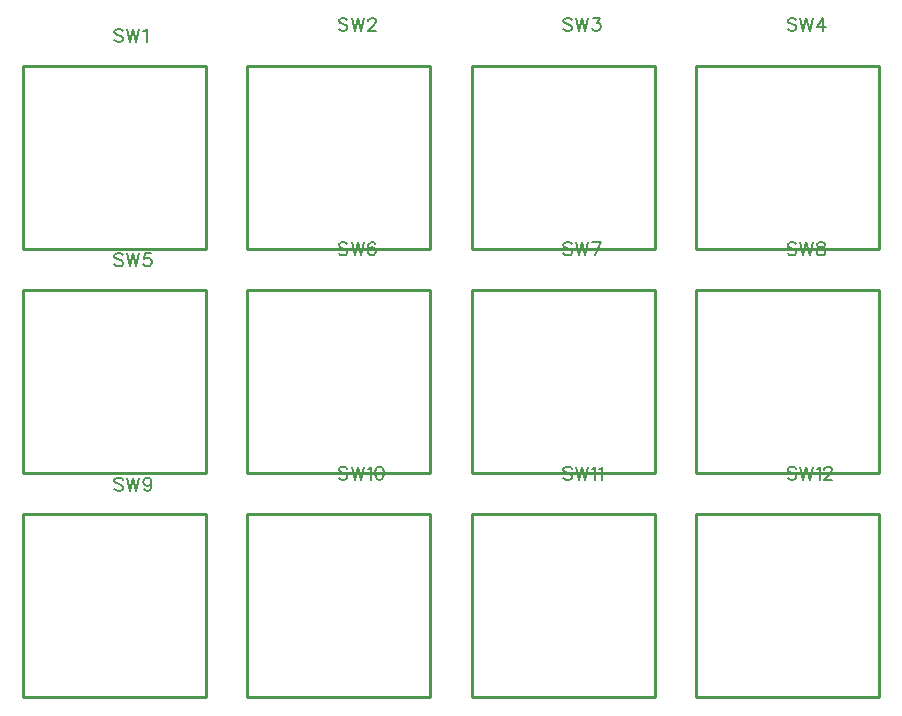
<source format=gto>
G04 Layer: TopSilkLayer*
G04 EasyEDA v6.2.46, 2019-11-23T13:25:43+01:00*
G04 d8a7f896a94247d8beab61903426e2c7,093294e231294aec929f11af430ff8d8,10*
G04 Gerber Generator version 0.2*
G04 Scale: 100 percent, Rotated: No, Reflected: No *
G04 Dimensions in millimeters *
G04 leading zeros omitted , absolute positions ,3 integer and 3 decimal *
%FSLAX33Y33*%
%MOMM*%
G90*
G71D02*

%ADD10C,0.254000*%
%ADD16C,0.152400*%

%LPD*%
G54D10*
G01X17754Y49248D02*
G01X33248Y49248D01*
G01X33248Y33754D01*
G01X17754Y33754D01*
G01X17754Y49248D01*
G01X36753Y49248D02*
G01X52247Y49248D01*
G01X52247Y33754D01*
G01X36753Y33754D01*
G01X36753Y49248D01*
G01X55753Y49248D02*
G01X71247Y49248D01*
G01X71247Y33754D01*
G01X55753Y33754D01*
G01X55753Y49248D01*
G01X17754Y30246D02*
G01X33248Y30246D01*
G01X33248Y14752D01*
G01X17754Y14752D01*
G01X17754Y30246D01*
G01X36753Y30246D02*
G01X52247Y30246D01*
G01X52247Y14752D01*
G01X36753Y14752D01*
G01X36753Y30246D01*
G01X55753Y30246D02*
G01X71247Y30246D01*
G01X71247Y14752D01*
G01X55753Y14752D01*
G01X55753Y30246D01*
G01X17754Y11247D02*
G01X33248Y11247D01*
G01X33248Y-4246D01*
G01X17754Y-4246D01*
G01X17754Y11247D01*
G01X36753Y11247D02*
G01X52247Y11247D01*
G01X52247Y-4246D01*
G01X36753Y-4246D01*
G01X36753Y11247D01*
G01X55753Y11247D02*
G01X71247Y11247D01*
G01X71247Y-4246D01*
G01X55753Y-4246D01*
G01X55753Y11247D01*
G01X-1247Y49248D02*
G01X14246Y49248D01*
G01X14246Y33754D01*
G01X-1247Y33754D01*
G01X-1247Y49248D01*
G01X-1247Y30246D02*
G01X14246Y30246D01*
G01X14246Y14752D01*
G01X-1247Y14752D01*
G01X-1247Y30246D01*
G01X-1247Y11247D02*
G01X14246Y11247D01*
G01X14246Y-4246D01*
G01X-1247Y-4246D01*
G01X-1247Y11247D01*
G54D16*
G01X26228Y53129D02*
G01X26123Y53233D01*
G01X25968Y53286D01*
G01X25760Y53286D01*
G01X25605Y53233D01*
G01X25501Y53129D01*
G01X25501Y53025D01*
G01X25552Y52920D01*
G01X25605Y52870D01*
G01X25709Y52819D01*
G01X26022Y52715D01*
G01X26123Y52661D01*
G01X26177Y52611D01*
G01X26228Y52506D01*
G01X26228Y52349D01*
G01X26123Y52247D01*
G01X25968Y52194D01*
G01X25760Y52194D01*
G01X25605Y52247D01*
G01X25501Y52349D01*
G01X26570Y53286D02*
G01X26832Y52194D01*
G01X27091Y53286D02*
G01X26832Y52194D01*
G01X27091Y53286D02*
G01X27350Y52194D01*
G01X27609Y53286D02*
G01X27350Y52194D01*
G01X28006Y53025D02*
G01X28006Y53078D01*
G01X28056Y53182D01*
G01X28110Y53233D01*
G01X28214Y53286D01*
G01X28422Y53286D01*
G01X28524Y53233D01*
G01X28577Y53182D01*
G01X28628Y53078D01*
G01X28628Y52974D01*
G01X28577Y52870D01*
G01X28473Y52715D01*
G01X27952Y52194D01*
G01X28681Y52194D01*
G01X45227Y53129D02*
G01X45123Y53233D01*
G01X44968Y53286D01*
G01X44759Y53286D01*
G01X44604Y53233D01*
G01X44500Y53129D01*
G01X44500Y53025D01*
G01X44551Y52920D01*
G01X44604Y52870D01*
G01X44709Y52819D01*
G01X45021Y52715D01*
G01X45123Y52661D01*
G01X45176Y52611D01*
G01X45227Y52506D01*
G01X45227Y52349D01*
G01X45123Y52247D01*
G01X44968Y52194D01*
G01X44759Y52194D01*
G01X44604Y52247D01*
G01X44500Y52349D01*
G01X45570Y53286D02*
G01X45831Y52194D01*
G01X46090Y53286D02*
G01X45831Y52194D01*
G01X46090Y53286D02*
G01X46349Y52194D01*
G01X46609Y53286D02*
G01X46349Y52194D01*
G01X47056Y53286D02*
G01X47627Y53286D01*
G01X47317Y52870D01*
G01X47472Y52870D01*
G01X47576Y52819D01*
G01X47627Y52765D01*
G01X47680Y52611D01*
G01X47680Y52506D01*
G01X47627Y52349D01*
G01X47523Y52247D01*
G01X47368Y52194D01*
G01X47213Y52194D01*
G01X47056Y52247D01*
G01X47005Y52298D01*
G01X46951Y52402D01*
G01X64226Y53129D02*
G01X64122Y53233D01*
G01X63967Y53286D01*
G01X63759Y53286D01*
G01X63604Y53233D01*
G01X63500Y53129D01*
G01X63500Y53025D01*
G01X63550Y52920D01*
G01X63604Y52870D01*
G01X63708Y52819D01*
G01X64020Y52715D01*
G01X64122Y52661D01*
G01X64175Y52611D01*
G01X64226Y52506D01*
G01X64226Y52349D01*
G01X64122Y52247D01*
G01X63967Y52194D01*
G01X63759Y52194D01*
G01X63604Y52247D01*
G01X63500Y52349D01*
G01X64569Y53286D02*
G01X64830Y52194D01*
G01X65090Y53286D02*
G01X64830Y52194D01*
G01X65090Y53286D02*
G01X65349Y52194D01*
G01X65608Y53286D02*
G01X65349Y52194D01*
G01X66471Y53286D02*
G01X65951Y52557D01*
G01X66730Y52557D01*
G01X66471Y53286D02*
G01X66471Y52194D01*
G01X26228Y34127D02*
G01X26123Y34231D01*
G01X25968Y34284D01*
G01X25760Y34284D01*
G01X25605Y34231D01*
G01X25501Y34127D01*
G01X25501Y34023D01*
G01X25552Y33919D01*
G01X25605Y33868D01*
G01X25709Y33817D01*
G01X26022Y33713D01*
G01X26123Y33660D01*
G01X26177Y33609D01*
G01X26228Y33505D01*
G01X26228Y33347D01*
G01X26123Y33246D01*
G01X25968Y33192D01*
G01X25760Y33192D01*
G01X25605Y33246D01*
G01X25501Y33347D01*
G01X26570Y34284D02*
G01X26832Y33192D01*
G01X27091Y34284D02*
G01X26832Y33192D01*
G01X27091Y34284D02*
G01X27350Y33192D01*
G01X27609Y34284D02*
G01X27350Y33192D01*
G01X28577Y34127D02*
G01X28524Y34231D01*
G01X28369Y34284D01*
G01X28265Y34284D01*
G01X28110Y34231D01*
G01X28006Y34076D01*
G01X27952Y33817D01*
G01X27952Y33555D01*
G01X28006Y33347D01*
G01X28110Y33246D01*
G01X28265Y33192D01*
G01X28318Y33192D01*
G01X28473Y33246D01*
G01X28577Y33347D01*
G01X28628Y33505D01*
G01X28628Y33555D01*
G01X28577Y33713D01*
G01X28473Y33817D01*
G01X28318Y33868D01*
G01X28265Y33868D01*
G01X28110Y33817D01*
G01X28006Y33713D01*
G01X27952Y33555D01*
G01X45227Y34127D02*
G01X45123Y34231D01*
G01X44968Y34284D01*
G01X44759Y34284D01*
G01X44604Y34231D01*
G01X44500Y34127D01*
G01X44500Y34023D01*
G01X44551Y33919D01*
G01X44604Y33868D01*
G01X44709Y33817D01*
G01X45021Y33713D01*
G01X45123Y33660D01*
G01X45176Y33609D01*
G01X45227Y33505D01*
G01X45227Y33347D01*
G01X45123Y33246D01*
G01X44968Y33192D01*
G01X44759Y33192D01*
G01X44604Y33246D01*
G01X44500Y33347D01*
G01X45570Y34284D02*
G01X45831Y33192D01*
G01X46090Y34284D02*
G01X45831Y33192D01*
G01X46090Y34284D02*
G01X46349Y33192D01*
G01X46609Y34284D02*
G01X46349Y33192D01*
G01X47680Y34284D02*
G01X47160Y33192D01*
G01X46951Y34284D02*
G01X47680Y34284D01*
G01X64226Y34127D02*
G01X64122Y34231D01*
G01X63967Y34284D01*
G01X63759Y34284D01*
G01X63604Y34231D01*
G01X63500Y34127D01*
G01X63500Y34023D01*
G01X63550Y33919D01*
G01X63604Y33868D01*
G01X63708Y33817D01*
G01X64020Y33713D01*
G01X64122Y33660D01*
G01X64175Y33609D01*
G01X64226Y33505D01*
G01X64226Y33347D01*
G01X64122Y33246D01*
G01X63967Y33192D01*
G01X63759Y33192D01*
G01X63604Y33246D01*
G01X63500Y33347D01*
G01X64569Y34284D02*
G01X64830Y33192D01*
G01X65090Y34284D02*
G01X64830Y33192D01*
G01X65090Y34284D02*
G01X65349Y33192D01*
G01X65608Y34284D02*
G01X65349Y33192D01*
G01X66212Y34284D02*
G01X66055Y34231D01*
G01X66004Y34127D01*
G01X66004Y34023D01*
G01X66055Y33919D01*
G01X66159Y33868D01*
G01X66367Y33817D01*
G01X66522Y33764D01*
G01X66626Y33660D01*
G01X66680Y33555D01*
G01X66680Y33401D01*
G01X66626Y33296D01*
G01X66575Y33246D01*
G01X66421Y33192D01*
G01X66212Y33192D01*
G01X66055Y33246D01*
G01X66004Y33296D01*
G01X65951Y33401D01*
G01X65951Y33555D01*
G01X66004Y33660D01*
G01X66108Y33764D01*
G01X66263Y33817D01*
G01X66471Y33868D01*
G01X66575Y33919D01*
G01X66626Y34023D01*
G01X66626Y34127D01*
G01X66575Y34231D01*
G01X66421Y34284D01*
G01X66212Y34284D01*
G01X26228Y15128D02*
G01X26123Y15232D01*
G01X25968Y15285D01*
G01X25760Y15285D01*
G01X25605Y15232D01*
G01X25501Y15128D01*
G01X25501Y15024D01*
G01X25552Y14919D01*
G01X25605Y14869D01*
G01X25709Y14818D01*
G01X26022Y14714D01*
G01X26123Y14660D01*
G01X26177Y14610D01*
G01X26228Y14505D01*
G01X26228Y14348D01*
G01X26123Y14246D01*
G01X25968Y14193D01*
G01X25760Y14193D01*
G01X25605Y14246D01*
G01X25501Y14348D01*
G01X26570Y15285D02*
G01X26832Y14193D01*
G01X27091Y15285D02*
G01X26832Y14193D01*
G01X27091Y15285D02*
G01X27350Y14193D01*
G01X27609Y15285D02*
G01X27350Y14193D01*
G01X27952Y15077D02*
G01X28056Y15128D01*
G01X28214Y15285D01*
G01X28214Y14193D01*
G01X28867Y15285D02*
G01X28712Y15232D01*
G01X28608Y15077D01*
G01X28557Y14818D01*
G01X28557Y14660D01*
G01X28608Y14401D01*
G01X28712Y14246D01*
G01X28867Y14193D01*
G01X28971Y14193D01*
G01X29128Y14246D01*
G01X29232Y14401D01*
G01X29283Y14660D01*
G01X29283Y14818D01*
G01X29232Y15077D01*
G01X29128Y15232D01*
G01X28971Y15285D01*
G01X28867Y15285D01*
G01X45227Y15128D02*
G01X45123Y15232D01*
G01X44968Y15285D01*
G01X44759Y15285D01*
G01X44604Y15232D01*
G01X44500Y15128D01*
G01X44500Y15024D01*
G01X44551Y14919D01*
G01X44604Y14869D01*
G01X44709Y14818D01*
G01X45021Y14714D01*
G01X45123Y14660D01*
G01X45176Y14610D01*
G01X45227Y14505D01*
G01X45227Y14348D01*
G01X45123Y14246D01*
G01X44968Y14193D01*
G01X44759Y14193D01*
G01X44604Y14246D01*
G01X44500Y14348D01*
G01X45570Y15285D02*
G01X45831Y14193D01*
G01X46090Y15285D02*
G01X45831Y14193D01*
G01X46090Y15285D02*
G01X46349Y14193D01*
G01X46609Y15285D02*
G01X46349Y14193D01*
G01X46951Y15077D02*
G01X47056Y15128D01*
G01X47213Y15285D01*
G01X47213Y14193D01*
G01X47556Y15077D02*
G01X47660Y15128D01*
G01X47815Y15285D01*
G01X47815Y14193D01*
G01X64226Y15128D02*
G01X64122Y15232D01*
G01X63967Y15285D01*
G01X63759Y15285D01*
G01X63604Y15232D01*
G01X63500Y15128D01*
G01X63500Y15024D01*
G01X63550Y14919D01*
G01X63604Y14869D01*
G01X63708Y14818D01*
G01X64020Y14714D01*
G01X64122Y14660D01*
G01X64175Y14610D01*
G01X64226Y14505D01*
G01X64226Y14348D01*
G01X64122Y14246D01*
G01X63967Y14193D01*
G01X63759Y14193D01*
G01X63604Y14246D01*
G01X63500Y14348D01*
G01X64569Y15285D02*
G01X64830Y14193D01*
G01X65090Y15285D02*
G01X64830Y14193D01*
G01X65090Y15285D02*
G01X65349Y14193D01*
G01X65608Y15285D02*
G01X65349Y14193D01*
G01X65951Y15077D02*
G01X66055Y15128D01*
G01X66212Y15285D01*
G01X66212Y14193D01*
G01X66606Y15024D02*
G01X66606Y15077D01*
G01X66659Y15181D01*
G01X66710Y15232D01*
G01X66814Y15285D01*
G01X67022Y15285D01*
G01X67127Y15232D01*
G01X67177Y15181D01*
G01X67231Y15077D01*
G01X67231Y14973D01*
G01X67177Y14869D01*
G01X67073Y14714D01*
G01X66555Y14193D01*
G01X67282Y14193D01*
G01X7228Y52189D02*
G01X7124Y52293D01*
G01X6967Y52344D01*
G01X6761Y52344D01*
G01X6604Y52293D01*
G01X6499Y52189D01*
G01X6499Y52085D01*
G01X6553Y51981D01*
G01X6604Y51930D01*
G01X6708Y51876D01*
G01X7020Y51772D01*
G01X7124Y51722D01*
G01X7175Y51668D01*
G01X7228Y51567D01*
G01X7228Y51409D01*
G01X7124Y51305D01*
G01X6967Y51254D01*
G01X6761Y51254D01*
G01X6604Y51305D01*
G01X6499Y51409D01*
G01X7571Y52344D02*
G01X7830Y51254D01*
G01X8089Y52344D02*
G01X7830Y51254D01*
G01X8089Y52344D02*
G01X8348Y51254D01*
G01X8610Y52344D02*
G01X8348Y51254D01*
G01X8953Y52138D02*
G01X9057Y52189D01*
G01X9212Y52344D01*
G01X9212Y51254D01*
G01X7228Y33190D02*
G01X7124Y33294D01*
G01X6967Y33345D01*
G01X6761Y33345D01*
G01X6604Y33294D01*
G01X6499Y33190D01*
G01X6499Y33086D01*
G01X6553Y32981D01*
G01X6604Y32928D01*
G01X6708Y32877D01*
G01X7020Y32773D01*
G01X7124Y32722D01*
G01X7175Y32669D01*
G01X7228Y32565D01*
G01X7228Y32410D01*
G01X7124Y32306D01*
G01X6967Y32255D01*
G01X6761Y32255D01*
G01X6604Y32306D01*
G01X6499Y32410D01*
G01X7571Y33345D02*
G01X7830Y32255D01*
G01X8089Y33345D02*
G01X7830Y32255D01*
G01X8089Y33345D02*
G01X8348Y32255D01*
G01X8610Y33345D02*
G01X8348Y32255D01*
G01X9575Y33345D02*
G01X9057Y33345D01*
G01X9004Y32877D01*
G01X9057Y32928D01*
G01X9212Y32981D01*
G01X9367Y32981D01*
G01X9525Y32928D01*
G01X9629Y32826D01*
G01X9679Y32669D01*
G01X9679Y32565D01*
G01X9629Y32410D01*
G01X9525Y32306D01*
G01X9367Y32255D01*
G01X9212Y32255D01*
G01X9057Y32306D01*
G01X9004Y32357D01*
G01X8953Y32461D01*
G01X7228Y14188D02*
G01X7124Y14292D01*
G01X6967Y14345D01*
G01X6761Y14345D01*
G01X6604Y14292D01*
G01X6499Y14188D01*
G01X6499Y14084D01*
G01X6553Y13980D01*
G01X6604Y13929D01*
G01X6708Y13878D01*
G01X7020Y13774D01*
G01X7124Y13721D01*
G01X7175Y13670D01*
G01X7228Y13566D01*
G01X7228Y13408D01*
G01X7124Y13307D01*
G01X6967Y13253D01*
G01X6761Y13253D01*
G01X6604Y13307D01*
G01X6499Y13408D01*
G01X7571Y14345D02*
G01X7830Y13253D01*
G01X8089Y14345D02*
G01X7830Y13253D01*
G01X8089Y14345D02*
G01X8348Y13253D01*
G01X8610Y14345D02*
G01X8348Y13253D01*
G01X9629Y13980D02*
G01X9575Y13825D01*
G01X9471Y13721D01*
G01X9316Y13670D01*
G01X9263Y13670D01*
G01X9108Y13721D01*
G01X9004Y13825D01*
G01X8953Y13980D01*
G01X8953Y14033D01*
G01X9004Y14188D01*
G01X9108Y14292D01*
G01X9263Y14345D01*
G01X9316Y14345D01*
G01X9471Y14292D01*
G01X9575Y14188D01*
G01X9629Y13980D01*
G01X9629Y13721D01*
G01X9575Y13462D01*
G01X9471Y13307D01*
G01X9316Y13253D01*
G01X9212Y13253D01*
G01X9057Y13307D01*
G01X9004Y13408D01*
M00*
M02*

</source>
